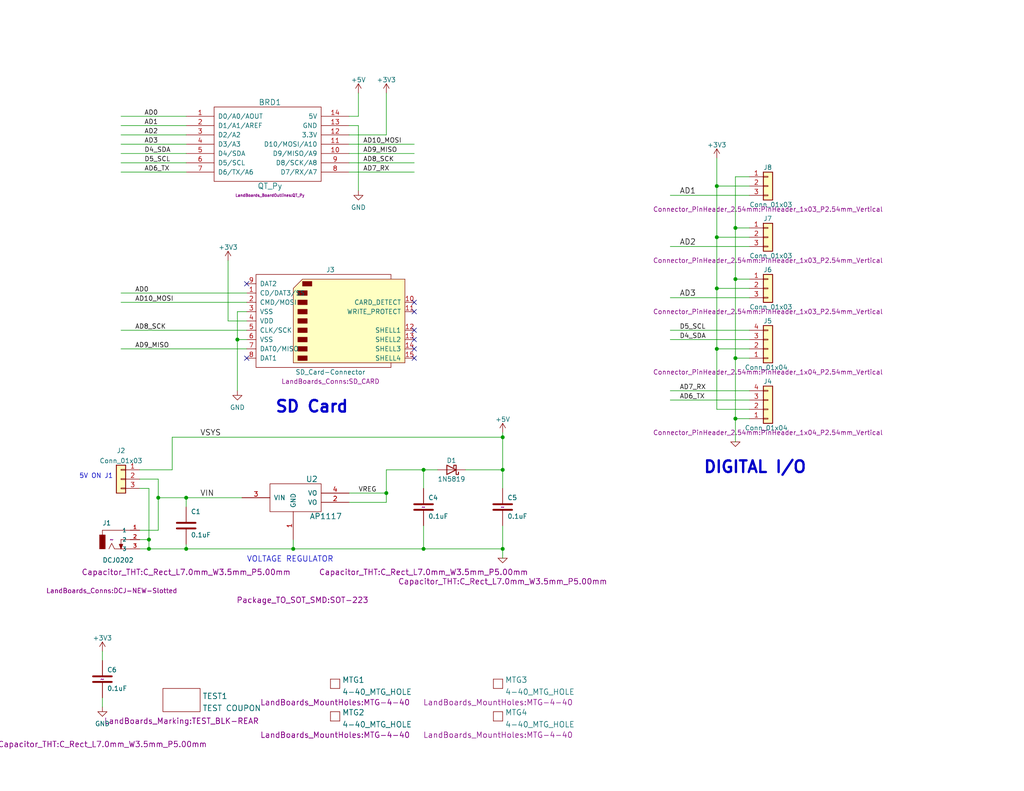
<source format=kicad_sch>
(kicad_sch (version 20211123) (generator eeschema)
  (paper "A")
  (title_block (title "QTPy49-01") (date "2022-07-24") (rev "1") (company "land-boards.com"))
  (lib_symbols
    (symbol "Connector_Generic:Conn_01x03" (pin_names (offset 1.016) hide)
      (property "Reference" "J" (at 0 5.08 0))
      (property "Value" "Conn_01x03" (at 0 -5.08 0))
      (symbol "Conn_01x03_1_1"
        (rectangle (start -1.27 -2.413) (end 0 -2.667) (stroke (width 0.1524)))
        (rectangle (start -1.27 0.127) (end 0 -0.127) (stroke (width 0.1524)))
        (rectangle (start -1.27 2.667) (end 0 2.413) (stroke (width 0.1524)))
        (rectangle (start -1.27 3.81) (end 1.27 -3.81) (stroke (width 0.254)) (fill (type background)))
        (pin passive line (at -5.08 2.54 0) (length 3.81) (name "Pin_1") (number "1"))
        (pin passive line (at -5.08 0 0) (length 3.81) (name "Pin_2") (number "2"))
        (pin passive line (at -5.08 -2.54 0) (length 3.81) (name "Pin_3") (number "3"))
      )
    )
    (symbol "Connector_Generic:Conn_01x04" (pin_names (offset 1.016) hide)
      (property "Reference" "J" (at 0 5.08 0))
      (property "Value" "Conn_01x04" (at 0 -7.62 0))
      (symbol "Conn_01x04_1_1"
        (rectangle (start -1.27 -4.953) (end 0 -5.207) (stroke (width 0.1524)))
        (rectangle (start -1.27 -2.413) (end 0 -2.667) (stroke (width 0.1524)))
        (rectangle (start -1.27 0.127) (end 0 -0.127) (stroke (width 0.1524)))
        (rectangle (start -1.27 2.667) (end 0 2.413) (stroke (width 0.1524)))
        (rectangle (start -1.27 3.81) (end 1.27 -6.35) (stroke (width 0.254)) (fill (type background)))
        (pin passive line (at -5.08 2.54 0) (length 3.81) (name "Pin_1") (number "1"))
        (pin passive line (at -5.08 0 0) (length 3.81) (name "Pin_2") (number "2"))
        (pin passive line (at -5.08 -2.54 0) (length 3.81) (name "Pin_3") (number "3"))
        (pin passive line (at -5.08 -5.08 0) (length 3.81) (name "Pin_4") (number "4"))
      )
    )
    (symbol "Device:D_Schottky" (pin_numbers hide) (pin_names (offset 1.016) hide)
      (property "Reference" "D" (at 0 2.54 0))
      (property "Value" "D_Schottky" (at 0 -2.54 0))
      (symbol "D_Schottky_0_1"
        (polyline (pts (xy 1.27 0) (xy -1.27 0)))
        (polyline (pts (xy 1.27 1.27) (xy 1.27 -1.27) (xy -1.27 0) (xy 1.27 1.27)) (stroke (width 0.254)))
        (polyline (pts (xy -1.905 0.635) (xy -1.905 1.27) (xy -1.27 1.27) (xy -1.27 -1.27) (xy -0.635 -1.27) (xy -0.635 -0.635)) (stroke (width 0.254)))
      )
      (symbol "D_Schottky_1_1"
        (pin passive line (at -3.81 0 0) (length 2.54) (name "K") (number "1"))
        (pin passive line (at 3.81 0 180) (length 2.54) (name "A") (number "2"))
      )
    )
    (symbol "LandBoards:COUPON" (pin_names (offset 1.016))
      (property "Reference" "COUP?" (at 0 0 0))
      (property "Value" "COUPON" (at 0 0 0))
      (symbol "COUPON_0_1"
        (rectangle (start -5.08 0) (end 5.08 6.35))
      )
    )
    (symbol "LandBoards:MTG_HOLE" (pin_names (offset 1.016))
      (property "Reference" "MTG?" (at 0 2.54 0))
      (property "Value" "MTG_HOLE" (at 0 -2.54 0))
      (symbol "MTG_HOLE_0_1"
        (rectangle (start -1.27 -1.27) (end 1.27 -1.27))
        (rectangle (start -1.27 1.27) (end -1.27 -1.27))
        (rectangle (start 1.27 1.27) (end -1.27 1.27))
        (rectangle (start 1.27 1.27) (end 1.27 -1.27))
      )
    )
    (symbol "LandBoards_Conns:SD_Card-Connector" (pin_names (offset 1.016))
      (property "Reference" "J3" (at 0 13.97 0))
      (property "Value" "SD_Card-Connector" (at 0 -13.97 0))
      (property "Footprint" "LandBoards_Conns:SD_CARD" (at 0 -16.51 0))
      (symbol "SD_Card-Connector_0_1"
        (rectangle (start -8.89 -9.525) (end -6.35 -10.795) (fill (type outline)))
        (rectangle (start -8.89 -6.985) (end -6.35 -8.255) (fill (type outline)))
        (rectangle (start -8.89 -4.445) (end -6.35 -5.715) (fill (type outline)))
        (rectangle (start -8.89 -1.905) (end -6.35 -3.175) (fill (type outline)))
        (rectangle (start -8.89 0.635) (end -6.35 -0.635) (fill (type outline)))
        (rectangle (start -8.89 3.175) (end -6.35 1.905) (fill (type outline)))
        (rectangle (start -8.89 5.715) (end -6.35 4.445) (fill (type outline)))
        (rectangle (start -8.89 8.255) (end -6.35 6.985) (fill (type outline)))
        (rectangle (start -7.62 10.795) (end -5.08 9.525) (fill (type outline)))
        (polyline (pts (xy -10.16 8.89) (xy -7.62 11.43) (xy 20.32 11.43) (xy 20.32 -11.43) (xy -10.16 -11.43) (xy -10.16 8.89)) (fill (type background)))
        (polyline (pts (xy 16.51 11.43) (xy 16.51 12.7) (xy -20.32 12.7) (xy -20.32 -12.7) (xy 16.51 -12.7) (xy 16.51 -11.43)))
      )
      (symbol "SD_Card-Connector_1_1"
        (pin input line (at -22.86 7.62 0) (length 2.54) (name "CD/DAT3/SS") (number "1"))
        (pin input line (at 22.86 5.08 180) (length 2.54) (name "CARD_DETECT") (number "10"))
        (pin input line (at 22.86 2.54 180) (length 2.54) (name "WRITE_PROTECT") (number "11"))
        (pin input line (at 22.86 -2.54 180) (length 2.54) (name "SHELL1") (number "12"))
        (pin input line (at 22.86 -5.08 180) (length 2.54) (name "SHELL2") (number "13"))
        (pin input line (at 22.86 -7.62 180) (length 2.54) (name "SHELL3") (number "14"))
        (pin input line (at 22.86 -10.16 180) (length 2.54) (name "SHELL4") (number "15"))
        (pin input line (at -22.86 5.08 0) (length 2.54) (name "CMD/MOSI") (number "2"))
        (pin power_in line (at -22.86 2.54 0) (length 2.54) (name "VSS") (number "3"))
        (pin power_in line (at -22.86 0 0) (length 2.54) (name "VDD") (number "4"))
        (pin input line (at -22.86 -2.54 0) (length 2.54) (name "CLK/SCK") (number "5"))
        (pin power_in line (at -22.86 -5.08 0) (length 2.54) (name "VSS") (number "6"))
        (pin input line (at -22.86 -7.62 0) (length 2.54) (name "DAT0/MISO") (number "7"))
        (pin input line (at -22.86 -10.16 0) (length 2.54) (name "DAT1") (number "8"))
        (pin input line (at -22.86 10.16 0) (length 2.54) (name "DAT2") (number "9"))
      )
    )
    (symbol "QTPy49-rescue:AP1117" (pin_names (offset 1.016))
      (property "Reference" "U" (at 2.54 3.81 0))
      (property "Value" "AP1117" (at 6.35 -6.35 0))
      (symbol "AP1117_0_1"
        (polyline (pts (xy -8.89 -5.08) (xy -8.89 2.54) (xy 5.08 2.54) (xy 5.08 -5.08) (xy -8.89 -5.08)))
      )
      (symbol "AP1117_1_1"
        (pin power_in line (at -2.54 -12.7 90) (length 7.62) (name "GND") (number "1"))
        (pin passive line (at 12.7 -2.54 180) (length 7.62) (name "VO") (number "2"))
        (pin power_in line (at -16.51 -1.27 0) (length 7.62) (name "VIN") (number "3"))
        (pin power_out line (at 12.7 0 180) (length 7.62) (name "VO") (number "4"))
      )
    )
    (symbol "QTPy49-rescue:C" (pin_numbers hide) (pin_names (offset 0.254))
      (property "Reference" "C" (at 1.27 2.54 0))
      (property "Value" "C" (at 1.27 -2.54 0))
      (symbol "C_0_1"
        (polyline (pts (xy -2.54 -0.762) (xy 2.54 -0.762)) (stroke (width 0.508)))
        (polyline (pts (xy -2.54 0.762) (xy 2.54 0.762)) (stroke (width 0.508)))
      )
      (symbol "C_1_1"
        (pin passive line (at 0 5.08 270) (length 4.318) (name "~") (number "1"))
        (pin passive line (at 0 -5.08 90) (length 4.318) (name "~") (number "2"))
      )
    )
    (symbol "QTPy49-rescue:DCJ0202" (pin_names (offset 1.016))
      (property "Reference" "J" (at -2.54 3.81 0))
      (property "Value" "DCJ0202" (at -2.54 -6.35 0))
      (symbol "DCJ0202_1_0"
        (polyline (pts (xy -2.54 2.54) (xy -2.54 1.27)))
        (polyline (pts (xy 0 -1.016) (xy -0.762 -2.54)))
        (polyline (pts (xy 0.762 -2.54) (xy 0 -1.016)))
        (polyline (pts (xy 2.54 -2.54) (xy 0.762 -2.54)))
        (polyline (pts (xy 2.54 0) (xy 2.54 -2.54)))
        (polyline (pts (xy 5.08 -2.54) (xy 2.54 -2.54)))
        (polyline (pts (xy 5.08 0) (xy 2.54 0)))
        (polyline (pts (xy 5.08 2.54) (xy -2.54 2.54)))
      )
      (symbol "DCJ0202_1_1"
        (rectangle (start -3.302 -2.54) (end -1.778 1.27) (fill (type outline)))
        (polyline (pts (xy 2.54 -2.54) (xy 2.032 -1.27) (xy 2.032 -1.27) (xy 3.048 -1.27) (xy 3.048 -1.27) (xy 2.54 -2.54)) (fill (type outline)))
        (pin passive line (at 7.62 2.54 180) (length 2.54) (name "1") (number "1"))
        (pin passive line (at 7.62 0 180) (length 2.54) (name "2") (number "2"))
        (pin passive line (at 7.62 -2.54 180) (length 2.54) (name "3") (number "3"))
      )
    )
    (symbol "QTPy49-rescue:GND" (power) (pin_names (offset 0))
      (symbol "GND_0_1"
        (polyline (pts (xy -1.27 0) (xy 0 -1.27) (xy 1.27 0) (xy -1.27 0)))
      )
      (symbol "GND_1_1"
        (pin power_in line (at 0 0 90) (length 0) hide (name "GND") (number "1"))
      )
    )
    (symbol "QT_Py_1" (pin_names (offset 1.016))
      (property "Reference" "BRD" (at 0 11.43 0))
      (property "Value" "QT_Py_1" (at 0 -11.43 0))
      (symbol "QT_Py_1_0_0"
        (rectangle (start -15.24 10.16) (end 13.97 -10.16))
      )
      (symbol "QT_Py_1_1_1"
        (pin bidirectional line (at -22.86 7.62 0) (length 7.62) (name "D0/A0/AOUT") (number "1"))
        (pin bidirectional line (at 21.59 -2.54 180) (length 7.62) (name "D9/MISO/A9") (number "10"))
        (pin bidirectional line (at 21.59 0 180) (length 7.62) (name "D10/MOSI/A10") (number "11"))
        (pin power_out line (at 21.59 2.54 180) (length 7.62) (name "3.3V") (number "12"))
        (pin power_in line (at 21.59 5.08 180) (length 7.62) (name "GND") (number "13"))
        (pin power_in line (at 21.59 7.62 180) (length 7.62) (name "5V") (number "14"))
        (pin bidirectional line (at -22.86 5.08 0) (length 7.62) (name "D1/A1/AREF") (number "2"))
        (pin bidirectional line (at -22.86 2.54 0) (length 7.62) (name "D2/A2") (number "3"))
        (pin bidirectional line (at -22.86 0 0) (length 7.62) (name "D3/A3") (number "4"))
        (pin bidirectional line (at -22.86 -2.54 0) (length 7.62) (name "D4/SDA") (number "5"))
        (pin bidirectional line (at -22.86 -5.08 0) (length 7.62) (name "D5/SCL") (number "6"))
        (pin bidirectional line (at -22.86 -7.62 0) (length 7.62) (name "D6/TX/A6") (number "7"))
        (pin bidirectional line (at 21.59 -7.62 180) (length 7.62) (name "D7/RX/A7") (number "8"))
        (pin bidirectional line (at 21.59 -5.08 180) (length 7.62) (name "D8/SCK/A8") (number "9"))
      )
    )
    (symbol "power:+3.3V" (power) (pin_names (offset 0))
      (property "Value" "+3.3V" (at 0 3.556 0))
      (symbol "+3.3V_0_1"
        (polyline (pts (xy -0.762 1.27) (xy 0 2.54)))
        (polyline (pts (xy 0 0) (xy 0 2.54)))
        (polyline (pts (xy 0 2.54) (xy 0.762 1.27)))
      )
      (symbol "+3.3V_1_1"
        (pin power_in line (at 0 0 90) (length 0) hide (name "+3V3") (number "1"))
      )
    )
    (symbol "power:+5V" (power) (pin_names (offset 0))
      (property "Value" "+5V" (at 0 3.556 0))
      (symbol "+5V_0_1"
        (polyline (pts (xy -0.762 1.27) (xy 0 2.54)))
        (polyline (pts (xy 0 0) (xy 0 2.54)))
        (polyline (pts (xy 0 2.54) (xy 0.762 1.27)))
      )
      (symbol "+5V_1_1"
        (pin power_in line (at 0 0 90) (length 0) hide (name "+5V") (number "1"))
      )
    )
    (symbol "power:GND" (power) (pin_names (offset 0))
      (property "Value" "GND" (at 0 -3.81 0))
      (symbol "GND_0_1"
        (polyline (pts (xy 0 0) (xy 0 -1.27) (xy 1.27 -1.27) (xy 0 -2.54) (xy -1.27 -1.27) (xy 0 -1.27)))
      )
      (symbol "GND_1_1"
        (pin power_in line (at 0 0 270) (length 0) hide (name "GND") (number "1"))
      )
    )
  )
  (junction (at 200.66 114.3))
  (junction (at 195.58 78.74))
  (junction (at 105.41 134.62))
  (junction (at 50.8 149.86))
  (junction (at 137.16 149.86))
  (junction (at 80.01 149.86))
  (junction (at 200.66 62.23))
  (junction (at 137.16 119.38))
  (junction (at 40.64 147.32))
  (junction (at 195.58 64.77))
  (junction (at 115.57 128.27))
  (junction (at 64.77 92.71))
  (junction (at 40.64 149.86))
  (junction (at 200.66 97.79))
  (junction (at 50.8 135.89))
  (junction (at 195.58 50.8))
  (junction (at 137.16 128.27))
  (junction (at 115.57 149.86))
  (junction (at 195.58 95.25))
  (junction (at 200.66 76.2))
  (junction (at 43.18 135.89))
  (no_connect (at 67.31 97.79))
  (no_connect (at 67.31 77.47))
  (no_connect (at 113.03 90.17))
  (no_connect (at 113.03 85.09))
  (no_connect (at 113.03 82.55))
  (no_connect (at 113.03 92.71))
  (no_connect (at 113.03 95.25))
  (no_connect (at 113.03 97.79))
  (wire (pts (xy 40.64 133.35) (xy 40.64 147.32)))
  (wire (pts (xy 50.8 149.86) (xy 80.01 149.86)))
  (wire (pts (xy 200.66 97.79) (xy 200.66 114.3)))
  (wire (pts (xy 33.02 34.29) (xy 50.8 34.29)))
  (wire (pts (xy 95.25 39.37) (xy 113.03 39.37)))
  (wire (pts (xy 204.47 81.28) (xy 182.88 81.28)))
  (wire (pts (xy 33.02 36.83) (xy 50.8 36.83)))
  (wire (pts (xy 80.01 149.86) (xy 80.01 147.32)))
  (wire (pts (xy 95.25 31.75) (xy 97.79 31.75)))
  (wire (pts (xy 27.94 190.5) (xy 27.94 193.04)))
  (wire (pts (xy 105.41 25.4) (xy 105.41 36.83)))
  (wire (pts (xy 33.02 80.01) (xy 67.31 80.01)))
  (wire (pts (xy 204.47 90.17) (xy 182.88 90.17)))
  (wire (pts (xy 115.57 128.27) (xy 119.38 128.27)))
  (wire (pts (xy 95.25 134.62) (xy 105.41 134.62)))
  (wire (pts (xy 204.47 106.68) (xy 182.88 106.68)))
  (wire (pts (xy 43.18 130.81) (xy 43.18 135.89)))
  (wire (pts (xy 46.99 128.27) (xy 38.1 128.27)))
  (wire (pts (xy 105.41 134.62) (xy 105.41 128.27)))
  (wire (pts (xy 137.16 133.35) (xy 137.16 128.27)))
  (wire (pts (xy 95.25 44.45) (xy 113.03 44.45)))
  (wire (pts (xy 97.79 34.29) (xy 97.79 52.07)))
  (wire (pts (xy 67.31 85.09) (xy 64.77 85.09)))
  (wire (pts (xy 38.1 144.78) (xy 43.18 144.78)))
  (wire (pts (xy 50.8 135.89) (xy 66.04 135.89)))
  (wire (pts (xy 195.58 78.74) (xy 195.58 95.25)))
  (wire (pts (xy 33.02 41.91) (xy 50.8 41.91)))
  (wire (pts (xy 33.02 39.37) (xy 50.8 39.37)))
  (wire (pts (xy 43.18 135.89) (xy 50.8 135.89)))
  (wire (pts (xy 200.66 62.23) (xy 200.66 76.2)))
  (wire (pts (xy 137.16 149.86) (xy 137.16 143.51)))
  (wire (pts (xy 204.47 78.74) (xy 195.58 78.74)))
  (wire (pts (xy 204.47 53.34) (xy 182.88 53.34)))
  (wire (pts (xy 95.25 41.91) (xy 113.03 41.91)))
  (wire (pts (xy 200.66 97.79) (xy 204.47 97.79)))
  (wire (pts (xy 195.58 43.18) (xy 195.58 50.8)))
  (wire (pts (xy 95.25 34.29) (xy 97.79 34.29)))
  (wire (pts (xy 95.25 36.83) (xy 105.41 36.83)))
  (wire (pts (xy 46.99 119.38) (xy 46.99 128.27)))
  (wire (pts (xy 67.31 87.63) (xy 62.23 87.63)))
  (wire (pts (xy 115.57 128.27) (xy 115.57 133.35)))
  (wire (pts (xy 27.94 177.8) (xy 27.94 180.34)))
  (wire (pts (xy 200.66 114.3) (xy 204.47 114.3)))
  (wire (pts (xy 200.66 62.23) (xy 204.47 62.23)))
  (wire (pts (xy 105.41 128.27) (xy 115.57 128.27)))
  (wire (pts (xy 204.47 109.22) (xy 182.88 109.22)))
  (wire (pts (xy 204.47 48.26) (xy 200.66 48.26)))
  (wire (pts (xy 200.66 76.2) (xy 200.66 97.79)))
  (wire (pts (xy 95.25 46.99) (xy 113.03 46.99)))
  (wire (pts (xy 137.16 149.86) (xy 137.16 152.4)))
  (wire (pts (xy 97.79 25.4) (xy 97.79 31.75)))
  (wire (pts (xy 105.41 137.16) (xy 95.25 137.16)))
  (wire (pts (xy 195.58 111.76) (xy 204.47 111.76)))
  (wire (pts (xy 33.02 95.25) (xy 67.31 95.25)))
  (wire (pts (xy 33.02 31.75) (xy 50.8 31.75)))
  (wire (pts (xy 137.16 119.38) (xy 137.16 128.27)))
  (wire (pts (xy 204.47 50.8) (xy 195.58 50.8)))
  (wire (pts (xy 115.57 149.86) (xy 137.16 149.86)))
  (wire (pts (xy 204.47 67.31) (xy 182.88 67.31)))
  (wire (pts (xy 43.18 144.78) (xy 43.18 135.89)))
  (wire (pts (xy 62.23 71.12) (xy 62.23 87.63)))
  (wire (pts (xy 38.1 130.81) (xy 43.18 130.81)))
  (wire (pts (xy 33.02 82.55) (xy 67.31 82.55)))
  (wire (pts (xy 64.77 92.71) (xy 64.77 106.68)))
  (wire (pts (xy 137.16 119.38) (xy 46.99 119.38)))
  (wire (pts (xy 200.66 48.26) (xy 200.66 62.23)))
  (wire (pts (xy 50.8 149.86) (xy 50.8 148.59)))
  (wire (pts (xy 64.77 85.09) (xy 64.77 92.71)))
  (wire (pts (xy 200.66 114.3) (xy 200.66 120.65)))
  (wire (pts (xy 40.64 149.86) (xy 50.8 149.86)))
  (wire (pts (xy 204.47 76.2) (xy 200.66 76.2)))
  (wire (pts (xy 50.8 138.43) (xy 50.8 135.89)))
  (wire (pts (xy 127 128.27) (xy 137.16 128.27)))
  (wire (pts (xy 38.1 147.32) (xy 40.64 147.32)))
  (wire (pts (xy 195.58 50.8) (xy 195.58 64.77)))
  (wire (pts (xy 204.47 92.71) (xy 182.88 92.71)))
  (wire (pts (xy 38.1 149.86) (xy 40.64 149.86)))
  (wire (pts (xy 204.47 64.77) (xy 195.58 64.77)))
  (wire (pts (xy 195.58 95.25) (xy 204.47 95.25)))
  (wire (pts (xy 195.58 95.25) (xy 195.58 111.76)))
  (wire (pts (xy 64.77 92.71) (xy 67.31 92.71)))
  (wire (pts (xy 38.1 133.35) (xy 40.64 133.35)))
  (wire (pts (xy 33.02 44.45) (xy 50.8 44.45)))
  (wire (pts (xy 137.16 118.11) (xy 137.16 119.38)))
  (wire (pts (xy 33.02 46.99) (xy 50.8 46.99)))
  (wire (pts (xy 195.58 64.77) (xy 195.58 78.74)))
  (wire (pts (xy 115.57 143.51) (xy 115.57 149.86)))
  (wire (pts (xy 33.02 90.17) (xy 67.31 90.17)))
  (wire (pts (xy 40.64 147.32) (xy 40.64 149.86)))
  (wire (pts (xy 80.01 149.86) (xy 115.57 149.86)))
  (wire (pts (xy 105.41 134.62) (xy 105.41 137.16)))
  (text "SD Card" (at 74.93 113.03 0) (effects (font (size 3.175 3.175) (thickness 0.635) bold) (justify left bottom)))
  (text "DIGITAL I/O" (at 191.77 129.54 0) (effects (font (size 3.175 3.175) (thickness 0.635) bold) (justify left bottom)))
  (text "5V ON J1" (at 21.59 130.81 0) (effects (font (size 1.27 1.27)) (justify left bottom)))
  (text "VOLTAGE REGULATOR" (at 67.31 153.67 0) (effects (font (size 1.524 1.524)) (justify left bottom)))
  (label "VIN" (at 54.61 135.89 0) (effects (font (size 1.524 1.524))))
  (label "AD3" (at 185.42 81.28 0) (effects (font (size 1.524 1.524))))
  (label "AD6_TX" (at 185.42 109.22 0))
  (label "D5_SCL" (at 185.42 90.17 0))
  (label "AD7_RX" (at 185.42 106.68 0))
  (label "AD8_SCK" (at 99.06 44.45 0))
  (label "AD8_SCK" (at 36.83 90.17 0))
  (label "D4_SDA" (at 39.37 41.91 0))
  (label "AD1" (at 185.42 53.34 0) (effects (font (size 1.524 1.524))))
  (label "AD6_TX" (at 39.37 46.99 0))
  (label "AD9_MISO" (at 36.83 95.25 0))
  (label "AD2" (at 39.37 36.83 0))
  (label "AD3" (at 39.37 39.37 0))
  (label "VSYS" (at 54.61 119.38 0) (effects (font (size 1.524 1.524))))
  (label "AD10_MOSI" (at 36.83 82.55 0))
  (label "AD9_MISO" (at 99.06 41.91 0))
  (label "D4_SDA" (at 185.42 92.71 0))
  (label "AD2" (at 185.42 67.31 0) (effects (font (size 1.524 1.524))))
  (label "AD0" (at 36.83 80.01 0))
  (label "VREG" (at 97.79 134.62 0))
  (label "D5_SCL" (at 39.37 44.45 0))
  (label "AD7_RX" (at 99.06 46.99 0))
  (label "AD1" (at 39.37 34.29 0))
  (label "AD0" (at 39.37 31.75 0))
  (label "AD10_MOSI" (at 99.06 39.37 0))
  (symbol (lib_id "QTPy49-rescue:AP1117") (at 82.55 134.62 0) (unit 1)
    (property "Reference" "U2" (at 85.09 130.81 0) (effects (font (size 1.524 1.524))))
    (property "Value" "AP1117" (at 88.9 140.97 0) (effects (font (size 1.524 1.524))))
    (property "Footprint" "Package_TO_SOT_SMD:SOT-223" (at 82.55 163.83 0) (effects (font (size 1.524 1.524))))
  )
  (symbol (lib_id "QTPy49-rescue:GND") (at 200.66 120.65 0) (unit 1)
    (property "Reference" "#PWR04" (effects hide))
    (property "Value" "GND" (effects hide))
  )
  (symbol (lib_id "QTPy49-rescue:DCJ0202") (at 30.48 147.32 0) (unit 1)
    (property "Reference" "J1" (at 27.94 143.51 0) (effects (justify left bottom)))
    (property "Value" "DCJ0202" (at 27.94 153.67 0) (effects (justify left bottom)))
    (property "Footprint" "LandBoards_Conns:DCJ-NEW-Slotted" (at 30.48 161.29 0))
    (property "Datasheet" "~" (at 30.48 147.32 0) (effects (font (size 1.524 1.524))))
  )
  (symbol (lib_id "QTPy49-rescue:GND") (at 137.16 152.4 0) (unit 1)
    (property "Reference" "#PWR015" (effects hide))
    (property "Value" "GND" (effects hide))
  )
  (symbol (lib_id "QTPy49-rescue:C") (at 137.16 138.43 0) (unit 1)
    (property "Reference" "C5" (at 138.43 135.89 0) (effects (justify left)))
    (property "Value" "0.1uF" (at 138.43 140.97 0) (effects (justify left)))
    (property "Footprint" "Capacitor_THT:C_Rect_L7.0mm_W3.5mm_P5.00mm" (at 137.16 158.75 0) (effects (font (size 1.524 1.524))))
    (property "Datasheet" "~" (at 137.16 138.43 0) (effects (font (size 1.524 1.524))))
  )
  (symbol (lib_id "Connector_Generic:Conn_01x03") (at 209.55 78.74 0) (unit 1)
    (property "Reference" "J6" (at 208.28 73.66 0) (effects (justify left)))
    (property "Value" "Conn_01x03" (at 204.47 83.82 0) (effects (justify left)))
    (property "Footprint" "Connector_PinHeader_2.54mm:PinHeader_1x03_P2.54mm_Vertical" (at 209.55 85.09 0))
  )
  (symbol (lib_id "Device:D_Schottky") (at 123.19 128.27 180) (unit 1)
    (property "Reference" "D1" (at 123.19 125.73 0))
    (property "Value" "1N5819" (at 123.19 130.81 0))
    (property "Footprint" "Diode_THT:D_DO-41_SOD81_P10.16mm_Horizontal" (effects hide))
  )
  (symbol (lib_id "Connector_Generic:Conn_01x04") (at 209.55 95.25 0) (mirror x) (unit 1)
    (property "Reference" "J5" (at 208.28 87.63 0) (effects (justify left)))
    (property "Value" "Conn_01x04" (at 203.2 100.33 0) (effects (justify left)))
    (property "Footprint" "Connector_PinHeader_2.54mm:PinHeader_1x04_P2.54mm_Vertical" (at 209.55 101.6 0))
  )
  (symbol (lib_id "LandBoards:MTG_HOLE") (at 91.44 186.69 0) (unit 1)
    (property "Reference" "MTG1" (at 93.345 185.6253 0) (effects (font (size 1.524 1.524)) (justify left)))
    (property "Value" "4-40_MTG_HOLE" (at 93.345 188.9043 0) (effects (font (size 1.524 1.524)) (justify left)))
    (property "Footprint" "LandBoards_MountHoles:MTG-4-40" (at 91.44 191.77 0) (effects (font (size 1.524 1.524))))
  )
  (symbol (lib_id "QTPy49-rescue:C") (at 115.57 138.43 0) (unit 1)
    (property "Reference" "C4" (at 116.84 135.89 0) (effects (justify left)))
    (property "Value" "0.1uF" (at 116.84 140.97 0) (effects (justify left)))
    (property "Footprint" "Capacitor_THT:C_Rect_L7.0mm_W3.5mm_P5.00mm" (at 115.57 156.21 0) (effects (font (size 1.524 1.524))))
    (property "Datasheet" "~" (at 115.57 138.43 0) (effects (font (size 1.524 1.524))))
  )
  (symbol (lib_id "power:GND") (at 64.77 106.68 0) (unit 1)
    (property "Reference" "#PWR0109" (effects hide))
    (property "Value" "GND" (at 64.77 111.2425 0))
  )
  (symbol (lib_id "Connector_Generic:Conn_01x03") (at 33.02 130.81 0) (mirror y) (unit 1)
    (property "Reference" "J2" (at 33.02 123.0335 0))
    (property "Value" "Conn_01x03" (at 33.02 125.8086 0))
    (property "Footprint" "Connector_PinHeader_2.54mm:PinHeader_1x03_P2.54mm_Vertical" (effects hide))
  )
  (symbol (lib_id "power:+3.3V") (at 195.58 43.18 0) (unit 1)
    (property "Reference" "#PWR0104" (effects hide))
    (property "Value" "+3.3V" (at 195.58 39.5755 0))
  )
  (symbol (lib_name "QT_Py_1") (lib_id "LandBoards_Cards:QT_Py") (at 73.66 39.37 0) (unit 1)
    (property "Reference" "BRD1" (at 73.66 27.94 0) (effects (font (size 1.524 1.524))))
    (property "Value" "QT_Py" (at 73.66 50.8 0) (effects (font (size 1.524 1.524))))
    (property "Footprint" "LandBoards_BoardOutlines:QT_Py" (at 73.66 53.34 0) (effects (font (size 0.762 0.762))))
  )
  (symbol (lib_id "power:+3.3V") (at 27.94 177.8 0) (unit 1)
    (property "Reference" "#PWR0107" (effects hide))
    (property "Value" "+3.3V" (at 27.94 174.1955 0))
  )
  (symbol (lib_id "QTPy49-rescue:C") (at 50.8 143.51 0) (unit 1)
    (property "Reference" "C1" (at 52.07 139.7 0) (effects (justify left)))
    (property "Value" "0.1uF" (at 52.07 146.05 0) (effects (justify left)))
    (property "Footprint" "Capacitor_THT:C_Rect_L7.0mm_W3.5mm_P5.00mm" (at 50.8 156.21 0) (effects (font (size 1.524 1.524))))
  )
  (symbol (lib_id "power:+3.3V") (at 105.41 25.4 0) (unit 1)
    (property "Reference" "#PWR0101" (effects hide))
    (property "Value" "+3.3V" (at 105.41 21.7955 0))
  )
  (symbol (lib_id "power:+5V") (at 137.16 118.11 0) (unit 1)
    (property "Reference" "#PWR0105" (effects hide))
    (property "Value" "+5V" (at 137.16 114.5055 0))
  )
  (symbol (lib_id "Connector_Generic:Conn_01x03") (at 209.55 50.8 0) (unit 1)
    (property "Reference" "J8" (at 208.28 45.72 0) (effects (justify left)))
    (property "Value" "Conn_01x03" (at 204.47 55.88 0) (effects (justify left)))
    (property "Footprint" "Connector_PinHeader_2.54mm:PinHeader_1x03_P2.54mm_Vertical" (at 209.55 57.15 0))
  )
  (symbol (lib_id "power:+3.3V") (at 62.23 71.12 0) (unit 1)
    (property "Reference" "#PWR0108" (effects hide))
    (property "Value" "+3.3V" (at 62.23 67.5155 0))
  )
  (symbol (lib_id "LandBoards:COUPON") (at 49.53 194.31 0) (unit 1)
    (property "Reference" "TEST1" (at 55.245 190.0703 0) (effects (font (size 1.524 1.524)) (justify left)))
    (property "Value" "TEST COUPON" (at 55.245 193.3493 0) (effects (font (size 1.524 1.524)) (justify left)))
    (property "Footprint" "LandBoards_Marking:TEST_BLK-REAR" (at 49.53 196.85 0) (effects (font (size 1.524 1.524))))
  )
  (symbol (lib_id "QTPy49-rescue:C") (at 27.94 185.42 0) (unit 1)
    (property "Reference" "C6" (at 29.21 182.88 0) (effects (justify left)))
    (property "Value" "0.1uF" (at 29.21 187.96 0) (effects (justify left)))
    (property "Footprint" "Capacitor_THT:C_Rect_L7.0mm_W3.5mm_P5.00mm" (at 27.94 203.2 0) (effects (font (size 1.524 1.524))))
    (property "Datasheet" "~" (at 27.94 185.42 0) (effects (font (size 1.524 1.524))))
  )
  (symbol (lib_id "Connector_Generic:Conn_01x03") (at 209.55 64.77 0) (unit 1)
    (property "Reference" "J7" (at 208.28 59.69 0) (effects (justify left)))
    (property "Value" "Conn_01x03" (at 204.47 69.85 0) (effects (justify left)))
    (property "Footprint" "Connector_PinHeader_2.54mm:PinHeader_1x03_P2.54mm_Vertical" (at 209.55 71.12 0))
  )
  (symbol (lib_id "LandBoards:MTG_HOLE") (at 135.89 195.58 0) (unit 1)
    (property "Reference" "MTG4" (at 137.795 194.5153 0) (effects (font (size 1.524 1.524)) (justify left)))
    (property "Value" "4-40_MTG_HOLE" (at 137.795 197.7943 0) (effects (font (size 1.524 1.524)) (justify left)))
    (property "Footprint" "LandBoards_MountHoles:MTG-4-40" (at 135.89 200.66 0) (effects (font (size 1.524 1.524))))
  )
  (symbol (lib_id "LandBoards:MTG_HOLE") (at 135.89 186.69 0) (unit 1)
    (property "Reference" "MTG3" (at 137.795 185.6253 0) (effects (font (size 1.524 1.524)) (justify left)))
    (property "Value" "4-40_MTG_HOLE" (at 137.795 188.9043 0) (effects (font (size 1.524 1.524)) (justify left)))
    (property "Footprint" "LandBoards_MountHoles:MTG-4-40" (at 135.89 191.77 0) (effects (font (size 1.524 1.524))))
  )
  (symbol (lib_id "LandBoards_Conns:SD_Card-Connector") (at 90.17 87.63 0) (unit 1)
    (property "Reference" "J3" (at 90.17 73.66 0))
    (property "Value" "SD_Card-Connector" (at 90.17 101.6 0))
    (property "Footprint" "LandBoards_Conns:SD_CARD" (at 90.17 104.14 0))
    (property "Datasheet" "http://portal.fciconnect.com/Comergent//fci/drawing/10067847.pdf" (effects hide))
  )
  (symbol (lib_id "LandBoards:MTG_HOLE") (at 91.44 195.58 0) (unit 1)
    (property "Reference" "MTG2" (at 93.345 194.5153 0) (effects (font (size 1.524 1.524)) (justify left)))
    (property "Value" "4-40_MTG_HOLE" (at 93.345 197.7943 0) (effects (font (size 1.524 1.524)) (justify left)))
    (property "Footprint" "LandBoards_MountHoles:MTG-4-40" (at 91.44 200.66 0) (effects (font (size 1.524 1.524))))
  )
  (symbol (lib_id "Connector_Generic:Conn_01x04") (at 209.55 111.76 0) (mirror x) (unit 1)
    (property "Reference" "J4" (at 208.28 104.14 0) (effects (justify left)))
    (property "Value" "Conn_01x04" (at 203.2 116.84 0) (effects (justify left)))
    (property "Footprint" "Connector_PinHeader_2.54mm:PinHeader_1x04_P2.54mm_Vertical" (at 209.55 118.11 0))
  )
  (symbol (lib_id "power:+5V") (at 97.79 25.4 0) (unit 1)
    (property "Reference" "#PWR0102" (effects hide))
    (property "Value" "+5V" (at 97.79 21.7955 0))
  )
  (symbol (lib_id "power:GND") (at 97.79 52.07 0) (unit 1)
    (property "Reference" "#PWR0103" (effects hide))
    (property "Value" "GND" (at 97.79 56.6325 0))
  )
  (symbol (lib_id "power:GND") (at 27.94 193.04 0) (unit 1)
    (property "Reference" "#PWR0106" (effects hide))
    (property "Value" "GND" (at 27.94 197.6025 0))
  )
)
</source>
